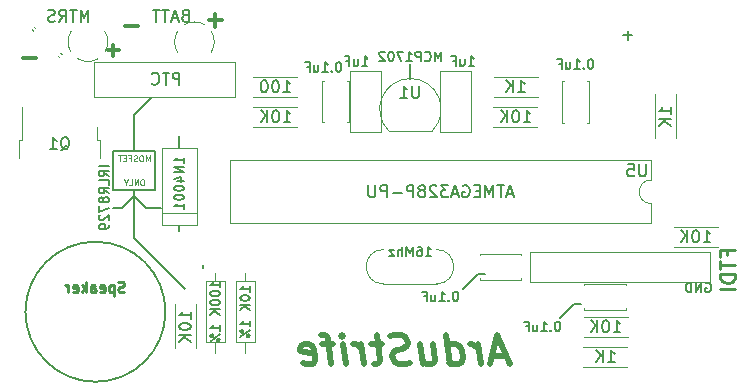
<source format=gbo>
G04 #@! TF.FileFunction,Legend,Bot*
%FSLAX46Y46*%
G04 Gerber Fmt 4.6, Leading zero omitted, Abs format (unit mm)*
G04 Created by KiCad (PCBNEW 4.0.7) date 07/26/19 16:42:22*
%MOMM*%
%LPD*%
G01*
G04 APERTURE LIST*
%ADD10C,0.100000*%
%ADD11C,0.150000*%
%ADD12C,0.500000*%
%ADD13C,0.300000*%
%ADD14C,0.200000*%
%ADD15C,0.120000*%
%ADD16C,0.222250*%
%ADD17C,0.250000*%
G04 APERTURE END LIST*
D10*
D11*
X45974000Y-102362000D02*
X45212000Y-102362000D01*
X46990000Y-101346000D02*
X45974000Y-102362000D01*
X48006000Y-102362000D02*
X49276000Y-102362000D01*
X46990000Y-101346000D02*
X48006000Y-102362000D01*
X46990000Y-94488000D02*
X48514000Y-92964000D01*
X46990000Y-97536000D02*
X46990000Y-94488000D01*
X50546000Y-108458000D02*
X51308000Y-109220000D01*
X46990000Y-104902000D02*
X50546000Y-108458000D01*
X46990000Y-100838000D02*
X46990000Y-104902000D01*
X45212000Y-100838000D02*
X45212000Y-97536000D01*
X45466000Y-100838000D02*
X45212000Y-100838000D01*
X48768000Y-100838000D02*
X45466000Y-100838000D01*
X48768000Y-97536000D02*
X48768000Y-100838000D01*
X45212000Y-97536000D02*
X48768000Y-97536000D01*
X52832000Y-107188000D02*
X52832000Y-107442000D01*
D12*
X78465559Y-114843667D02*
X77275082Y-114843667D01*
X78792940Y-115557952D02*
X77647106Y-113057952D01*
X77126273Y-115557952D01*
X76292940Y-115557952D02*
X76084607Y-113891286D01*
X76144130Y-114367476D02*
X75995321Y-114129381D01*
X75861393Y-114010333D01*
X75608416Y-113891286D01*
X75370321Y-113891286D01*
X73673892Y-115557952D02*
X73361392Y-113057952D01*
X73659011Y-115438905D02*
X73911988Y-115557952D01*
X74388178Y-115557952D01*
X74611392Y-115438905D01*
X74715559Y-115319857D01*
X74804845Y-115081762D01*
X74715559Y-114367476D01*
X74566750Y-114129381D01*
X74432821Y-114010333D01*
X74179845Y-113891286D01*
X73703655Y-113891286D01*
X73480440Y-114010333D01*
X71203654Y-113891286D02*
X71411987Y-115557952D01*
X72275083Y-113891286D02*
X72438773Y-115200810D01*
X72349487Y-115438905D01*
X72126273Y-115557952D01*
X71769130Y-115557952D01*
X71516154Y-115438905D01*
X71382225Y-115319857D01*
X70325678Y-115438905D02*
X69983416Y-115557952D01*
X69388178Y-115557952D01*
X69135201Y-115438905D01*
X69001273Y-115319857D01*
X68852463Y-115081762D01*
X68822701Y-114843667D01*
X68911987Y-114605571D01*
X69016153Y-114486524D01*
X69239368Y-114367476D01*
X69700678Y-114248429D01*
X69923892Y-114129381D01*
X70028059Y-114010333D01*
X70117345Y-113772238D01*
X70087583Y-113534143D01*
X69938773Y-113296048D01*
X69804844Y-113177000D01*
X69551868Y-113057952D01*
X68956630Y-113057952D01*
X68614368Y-113177000D01*
X67989369Y-113891286D02*
X67036988Y-113891286D01*
X67528059Y-113057952D02*
X67795916Y-115200810D01*
X67706630Y-115438905D01*
X67483416Y-115557952D01*
X67245321Y-115557952D01*
X66411988Y-115557952D02*
X66203655Y-113891286D01*
X66263178Y-114367476D02*
X66114369Y-114129381D01*
X65980441Y-114010333D01*
X65727464Y-113891286D01*
X65489369Y-113891286D01*
X64864369Y-115557952D02*
X64656036Y-113891286D01*
X64551869Y-113057952D02*
X64685798Y-113177000D01*
X64581631Y-113296048D01*
X64447702Y-113177000D01*
X64551869Y-113057952D01*
X64581631Y-113296048D01*
X63822703Y-113891286D02*
X62870322Y-113891286D01*
X63673893Y-115557952D02*
X63406036Y-113415095D01*
X63257226Y-113177000D01*
X63004250Y-113057952D01*
X62766155Y-113057952D01*
X61278060Y-115438905D02*
X61531036Y-115557952D01*
X62007227Y-115557952D01*
X62230441Y-115438905D01*
X62319727Y-115200810D01*
X62200680Y-114248429D01*
X62051870Y-114010333D01*
X61798894Y-113891286D01*
X61322703Y-113891286D01*
X61099489Y-114010333D01*
X61010203Y-114248429D01*
X61039964Y-114486524D01*
X62260203Y-114724619D01*
D11*
X84201000Y-110490000D02*
X84836000Y-110490000D01*
X83058000Y-111633000D02*
X84201000Y-110490000D01*
X70358000Y-90170000D02*
X70358000Y-91440000D01*
X76073000Y-107950000D02*
X76708000Y-107950000D01*
X74803000Y-109220000D02*
X76073000Y-107950000D01*
D10*
X47716190Y-99929190D02*
X47620952Y-99929190D01*
X47573333Y-99953000D01*
X47525714Y-100000619D01*
X47501905Y-100095857D01*
X47501905Y-100262524D01*
X47525714Y-100357762D01*
X47573333Y-100405381D01*
X47620952Y-100429190D01*
X47716190Y-100429190D01*
X47763809Y-100405381D01*
X47811428Y-100357762D01*
X47835238Y-100262524D01*
X47835238Y-100095857D01*
X47811428Y-100000619D01*
X47763809Y-99953000D01*
X47716190Y-99929190D01*
X47287618Y-100429190D02*
X47287618Y-99929190D01*
X47001904Y-100429190D01*
X47001904Y-99929190D01*
X46525713Y-100429190D02*
X46763808Y-100429190D01*
X46763808Y-99929190D01*
X46263808Y-100191095D02*
X46263808Y-100429190D01*
X46430475Y-99929190D02*
X46263808Y-100191095D01*
X46097142Y-99929190D01*
X48287618Y-98397190D02*
X48287618Y-97897190D01*
X48120952Y-98254333D01*
X47954285Y-97897190D01*
X47954285Y-98397190D01*
X47620951Y-97897190D02*
X47525713Y-97897190D01*
X47478094Y-97921000D01*
X47430475Y-97968619D01*
X47406666Y-98063857D01*
X47406666Y-98230524D01*
X47430475Y-98325762D01*
X47478094Y-98373381D01*
X47525713Y-98397190D01*
X47620951Y-98397190D01*
X47668570Y-98373381D01*
X47716189Y-98325762D01*
X47739999Y-98230524D01*
X47739999Y-98063857D01*
X47716189Y-97968619D01*
X47668570Y-97921000D01*
X47620951Y-97897190D01*
X47216189Y-98373381D02*
X47144760Y-98397190D01*
X47025713Y-98397190D01*
X46978094Y-98373381D01*
X46954284Y-98349571D01*
X46930475Y-98301952D01*
X46930475Y-98254333D01*
X46954284Y-98206714D01*
X46978094Y-98182905D01*
X47025713Y-98159095D01*
X47120951Y-98135286D01*
X47168570Y-98111476D01*
X47192379Y-98087667D01*
X47216189Y-98040048D01*
X47216189Y-97992429D01*
X47192379Y-97944810D01*
X47168570Y-97921000D01*
X47120951Y-97897190D01*
X47001903Y-97897190D01*
X46930475Y-97921000D01*
X46549523Y-98135286D02*
X46716189Y-98135286D01*
X46716189Y-98397190D02*
X46716189Y-97897190D01*
X46478094Y-97897190D01*
X46287618Y-98135286D02*
X46120952Y-98135286D01*
X46049523Y-98397190D02*
X46287618Y-98397190D01*
X46287618Y-97897190D01*
X46049523Y-97897190D01*
X45906666Y-97897190D02*
X45620952Y-97897190D01*
X45763809Y-98397190D02*
X45763809Y-97897190D01*
D11*
X95351523Y-108693000D02*
X95427714Y-108654905D01*
X95541999Y-108654905D01*
X95656285Y-108693000D01*
X95732476Y-108769190D01*
X95770571Y-108845381D01*
X95808666Y-108997762D01*
X95808666Y-109112048D01*
X95770571Y-109264429D01*
X95732476Y-109340619D01*
X95656285Y-109416810D01*
X95541999Y-109454905D01*
X95465809Y-109454905D01*
X95351523Y-109416810D01*
X95313428Y-109378714D01*
X95313428Y-109112048D01*
X95465809Y-109112048D01*
X94970571Y-109454905D02*
X94970571Y-108654905D01*
X94513428Y-109454905D01*
X94513428Y-108654905D01*
X94132476Y-109454905D02*
X94132476Y-108654905D01*
X93942000Y-108654905D01*
X93827714Y-108693000D01*
X93751523Y-108769190D01*
X93713428Y-108845381D01*
X93675333Y-108997762D01*
X93675333Y-109112048D01*
X93713428Y-109264429D01*
X93751523Y-109340619D01*
X93827714Y-109416810D01*
X93942000Y-109454905D01*
X94132476Y-109454905D01*
D13*
X38671428Y-89642143D02*
X37528571Y-89642143D01*
X45688190Y-88989286D02*
X44735809Y-88989286D01*
X45211999Y-89465476D02*
X45211999Y-88513095D01*
X47307428Y-86975143D02*
X46164571Y-86975143D01*
X54419428Y-86467143D02*
X53276571Y-86467143D01*
X53848000Y-87038571D02*
X53848000Y-85895714D01*
D14*
X50800000Y-97250000D02*
X50800000Y-96250000D01*
X50800000Y-103750000D02*
X50800000Y-104250000D01*
D15*
X49300000Y-102750000D02*
X52300000Y-102750000D01*
X49300000Y-97250000D02*
X52300000Y-97250000D01*
X52300000Y-97250000D02*
X52300000Y-103750000D01*
X52300000Y-103750000D02*
X49300000Y-103750000D01*
X49300000Y-103750000D02*
X49300000Y-97250000D01*
D11*
X49617690Y-111125000D02*
G75*
G03X49617690Y-111125000I-5929690J0D01*
G01*
D15*
X80518000Y-106045000D02*
X80518000Y-108585000D01*
X80518000Y-108585000D02*
X95758000Y-108585000D01*
X95758000Y-108585000D02*
X95758000Y-106045000D01*
X95758000Y-106045000D02*
X80518000Y-106045000D01*
X43530000Y-89940000D02*
X55530000Y-89940000D01*
X55530000Y-92940000D02*
X43530000Y-92940000D01*
X43530000Y-89940000D02*
X43530000Y-92940000D01*
X55530000Y-92940000D02*
X55530000Y-89940000D01*
X90738000Y-99965000D02*
G75*
G03X90738000Y-101965000I0J-1000000D01*
G01*
X90738000Y-101965000D02*
X90738000Y-103615000D01*
X90738000Y-103615000D02*
X55058000Y-103615000D01*
X55058000Y-103615000D02*
X55058000Y-98315000D01*
X55058000Y-98315000D02*
X90738000Y-98315000D01*
X90738000Y-98315000D02*
X90738000Y-99965000D01*
X50644495Y-87374807D02*
G75*
G03X50645000Y-89156000I1425505J-890193D01*
G01*
X52959894Y-86839642D02*
G75*
G03X51204000Y-86825000I-889894J-1425358D01*
G01*
X53495358Y-89154894D02*
G75*
G03X53510000Y-87399000I-1425358J889894D01*
G01*
X42162736Y-89689721D02*
G75*
G03X43053000Y-89945000I890264J1424721D01*
G01*
X41627495Y-87374807D02*
G75*
G03X41628000Y-89156000I1425505J-890193D01*
G01*
X44478358Y-89154894D02*
G75*
G03X44493000Y-87399000I-1425358J889894D01*
G01*
X43024326Y-89945099D02*
G75*
G03X43919000Y-89705000I28674J1680099D01*
G01*
X38278000Y-87196000D02*
X38407000Y-87324000D01*
X40528000Y-89446000D02*
X40622000Y-89539000D01*
X38483000Y-86990000D02*
X38577000Y-87084000D01*
X40698000Y-89206000D02*
X40827000Y-89334000D01*
X68068000Y-108765000D02*
X72568000Y-108765000D01*
X68068000Y-105865000D02*
G75*
G03X68068000Y-108765000I0J-1450000D01*
G01*
X72568000Y-105865000D02*
G75*
G02X72568000Y-108765000I0J-1450000D01*
G01*
X85048000Y-113255000D02*
X88768000Y-113255000D01*
X85048000Y-111535000D02*
X88768000Y-111535000D01*
X88688000Y-114075000D02*
X84968000Y-114075000D01*
X88688000Y-115795000D02*
X84968000Y-115795000D01*
X72858000Y-90765000D02*
X72858000Y-95885000D01*
X75478000Y-90765000D02*
X75478000Y-95885000D01*
X72858000Y-90765000D02*
X75478000Y-90765000D01*
X72858000Y-95885000D02*
X75478000Y-95885000D01*
X65238000Y-90765000D02*
X65238000Y-95885000D01*
X67858000Y-90765000D02*
X67858000Y-95885000D01*
X65238000Y-90765000D02*
X67858000Y-90765000D01*
X65238000Y-95885000D02*
X67858000Y-95885000D01*
X79758000Y-106205000D02*
X76238000Y-106205000D01*
X79758000Y-108425000D02*
X76238000Y-108425000D01*
X79758000Y-106205000D02*
X79758000Y-106319000D01*
X79758000Y-108311000D02*
X79758000Y-108425000D01*
X76238000Y-106205000D02*
X76238000Y-106319000D01*
X76238000Y-108311000D02*
X76238000Y-108425000D01*
X72158000Y-95830000D02*
X68558000Y-95830000D01*
X72196478Y-95818478D02*
G75*
G03X70358000Y-91380000I-1838478J1838478D01*
G01*
X68519522Y-95818478D02*
G75*
G02X70358000Y-91380000I1838478J1838478D01*
G01*
X62898000Y-91565000D02*
X62898000Y-95085000D01*
X65118000Y-91565000D02*
X65118000Y-95085000D01*
X62898000Y-91565000D02*
X63012000Y-91565000D01*
X65004000Y-91565000D02*
X65118000Y-91565000D01*
X62898000Y-95085000D02*
X63012000Y-95085000D01*
X65004000Y-95085000D02*
X65118000Y-95085000D01*
X85088000Y-110965000D02*
X88608000Y-110965000D01*
X85088000Y-108745000D02*
X88608000Y-108745000D01*
X85088000Y-110965000D02*
X85088000Y-110851000D01*
X85088000Y-108859000D02*
X85088000Y-108745000D01*
X88608000Y-110965000D02*
X88608000Y-110851000D01*
X88608000Y-108859000D02*
X88608000Y-108745000D01*
X92668000Y-105635000D02*
X96388000Y-105635000D01*
X92668000Y-103915000D02*
X96388000Y-103915000D01*
X85438000Y-95125000D02*
X85438000Y-91605000D01*
X83218000Y-95125000D02*
X83218000Y-91605000D01*
X85438000Y-95125000D02*
X85324000Y-95125000D01*
X83332000Y-95125000D02*
X83218000Y-95125000D01*
X85438000Y-91605000D02*
X85324000Y-91605000D01*
X83332000Y-91605000D02*
X83218000Y-91605000D01*
X77428000Y-92935000D02*
X81148000Y-92935000D01*
X77428000Y-91215000D02*
X81148000Y-91215000D01*
X81068000Y-93755000D02*
X77348000Y-93755000D01*
X81068000Y-95475000D02*
X77348000Y-95475000D01*
X60748000Y-93755000D02*
X57028000Y-93755000D01*
X60748000Y-95475000D02*
X57028000Y-95475000D01*
X60748000Y-91215000D02*
X57028000Y-91215000D01*
X60748000Y-92935000D02*
X57028000Y-92935000D01*
X92808000Y-96435000D02*
X92808000Y-92715000D01*
X91088000Y-96435000D02*
X91088000Y-92715000D01*
D10*
X53848000Y-113715000D02*
X53848000Y-114615000D01*
X53848000Y-108515000D02*
X53848000Y-107815000D01*
X54648000Y-108515000D02*
X53048000Y-108515000D01*
X53048000Y-108515000D02*
X53048000Y-113715000D01*
X53048000Y-113715000D02*
X54648000Y-113715000D01*
X54648000Y-113715000D02*
X54648000Y-108515000D01*
X56388000Y-113715000D02*
X56388000Y-114615000D01*
X56388000Y-108515000D02*
X56388000Y-107815000D01*
X57188000Y-108515000D02*
X55588000Y-108515000D01*
X55588000Y-108515000D02*
X55588000Y-113715000D01*
X55588000Y-113715000D02*
X57188000Y-113715000D01*
X57188000Y-113715000D02*
X57188000Y-108515000D01*
D15*
X52168000Y-114215000D02*
X52168000Y-110495000D01*
X50448000Y-114215000D02*
X50448000Y-110495000D01*
X37190000Y-98090000D02*
X37190000Y-96590000D01*
X37190000Y-96590000D02*
X37460000Y-96590000D01*
X37460000Y-96590000D02*
X37460000Y-93760000D01*
X44090000Y-98090000D02*
X44090000Y-96590000D01*
X44090000Y-96590000D02*
X43820000Y-96590000D01*
X43820000Y-96590000D02*
X43820000Y-95490000D01*
D11*
X51161905Y-98535714D02*
X51161905Y-98078571D01*
X51161905Y-98307142D02*
X50361905Y-98307142D01*
X50476190Y-98230952D01*
X50552381Y-98154761D01*
X50590476Y-98078571D01*
X51161905Y-98878571D02*
X50361905Y-98878571D01*
X51161905Y-99335714D01*
X50361905Y-99335714D01*
X50628571Y-100059523D02*
X51161905Y-100059523D01*
X50323810Y-99869047D02*
X50895238Y-99678571D01*
X50895238Y-100173809D01*
X50361905Y-100630952D02*
X50361905Y-100707143D01*
X50400000Y-100783333D01*
X50438095Y-100821428D01*
X50514286Y-100859524D01*
X50666667Y-100897619D01*
X50857143Y-100897619D01*
X51009524Y-100859524D01*
X51085714Y-100821428D01*
X51123810Y-100783333D01*
X51161905Y-100707143D01*
X51161905Y-100630952D01*
X51123810Y-100554762D01*
X51085714Y-100516666D01*
X51009524Y-100478571D01*
X50857143Y-100440476D01*
X50666667Y-100440476D01*
X50514286Y-100478571D01*
X50438095Y-100516666D01*
X50400000Y-100554762D01*
X50361905Y-100630952D01*
X50361905Y-101392857D02*
X50361905Y-101469048D01*
X50400000Y-101545238D01*
X50438095Y-101583333D01*
X50514286Y-101621429D01*
X50666667Y-101659524D01*
X50857143Y-101659524D01*
X51009524Y-101621429D01*
X51085714Y-101583333D01*
X51123810Y-101545238D01*
X51161905Y-101469048D01*
X51161905Y-101392857D01*
X51123810Y-101316667D01*
X51085714Y-101278571D01*
X51009524Y-101240476D01*
X50857143Y-101202381D01*
X50666667Y-101202381D01*
X50514286Y-101240476D01*
X50438095Y-101278571D01*
X50400000Y-101316667D01*
X50361905Y-101392857D01*
X51161905Y-102421429D02*
X51161905Y-101964286D01*
X51161905Y-102192857D02*
X50361905Y-102192857D01*
X50476190Y-102116667D01*
X50552381Y-102040476D01*
X50590476Y-101964286D01*
D16*
X46143333Y-109452833D02*
X46016333Y-109495167D01*
X45804666Y-109495167D01*
X45719999Y-109452833D01*
X45677666Y-109410500D01*
X45635333Y-109325833D01*
X45635333Y-109241167D01*
X45677666Y-109156500D01*
X45719999Y-109114167D01*
X45804666Y-109071833D01*
X45973999Y-109029500D01*
X46058666Y-108987167D01*
X46100999Y-108944833D01*
X46143333Y-108860167D01*
X46143333Y-108775500D01*
X46100999Y-108690833D01*
X46058666Y-108648500D01*
X45973999Y-108606167D01*
X45762333Y-108606167D01*
X45635333Y-108648500D01*
X45254332Y-108902500D02*
X45254332Y-109791500D01*
X45254332Y-108944833D02*
X45169666Y-108902500D01*
X45000332Y-108902500D01*
X44915666Y-108944833D01*
X44873332Y-108987167D01*
X44830999Y-109071833D01*
X44830999Y-109325833D01*
X44873332Y-109410500D01*
X44915666Y-109452833D01*
X45000332Y-109495167D01*
X45169666Y-109495167D01*
X45254332Y-109452833D01*
X44111333Y-109452833D02*
X44195999Y-109495167D01*
X44365333Y-109495167D01*
X44449999Y-109452833D01*
X44492333Y-109368167D01*
X44492333Y-109029500D01*
X44449999Y-108944833D01*
X44365333Y-108902500D01*
X44195999Y-108902500D01*
X44111333Y-108944833D01*
X44068999Y-109029500D01*
X44068999Y-109114167D01*
X44492333Y-109198833D01*
X43306999Y-109495167D02*
X43306999Y-109029500D01*
X43349333Y-108944833D01*
X43433999Y-108902500D01*
X43603333Y-108902500D01*
X43687999Y-108944833D01*
X43306999Y-109452833D02*
X43391666Y-109495167D01*
X43603333Y-109495167D01*
X43687999Y-109452833D01*
X43730333Y-109368167D01*
X43730333Y-109283500D01*
X43687999Y-109198833D01*
X43603333Y-109156500D01*
X43391666Y-109156500D01*
X43306999Y-109114167D01*
X42883666Y-109495167D02*
X42883666Y-108606167D01*
X42799000Y-109156500D02*
X42545000Y-109495167D01*
X42545000Y-108902500D02*
X42883666Y-109241167D01*
X41825333Y-109452833D02*
X41909999Y-109495167D01*
X42079333Y-109495167D01*
X42163999Y-109452833D01*
X42206333Y-109368167D01*
X42206333Y-109029500D01*
X42163999Y-108944833D01*
X42079333Y-108902500D01*
X41909999Y-108902500D01*
X41825333Y-108944833D01*
X41782999Y-109029500D01*
X41782999Y-109114167D01*
X42206333Y-109198833D01*
X41401999Y-109495167D02*
X41401999Y-108902500D01*
X41401999Y-109071833D02*
X41359666Y-108987167D01*
X41317333Y-108944833D01*
X41232666Y-108902500D01*
X41147999Y-108902500D01*
D17*
X97192714Y-106348762D02*
X97192714Y-105932095D01*
X97847476Y-105932095D02*
X96597476Y-105932095D01*
X96597476Y-106527333D01*
X96597476Y-106824953D02*
X96597476Y-107539238D01*
X97847476Y-107182095D02*
X96597476Y-107182095D01*
X97847476Y-107955905D02*
X96597476Y-107955905D01*
X96597476Y-108253524D01*
X96657000Y-108432096D01*
X96776048Y-108551143D01*
X96895095Y-108610667D01*
X97133190Y-108670191D01*
X97311762Y-108670191D01*
X97549857Y-108610667D01*
X97668905Y-108551143D01*
X97787952Y-108432096D01*
X97847476Y-108253524D01*
X97847476Y-107955905D01*
X97847476Y-109205905D02*
X96597476Y-109205905D01*
D11*
X89153952Y-87701429D02*
X88392047Y-87701429D01*
X88772999Y-88082381D02*
X88772999Y-87320476D01*
X50799857Y-91892381D02*
X50799857Y-90892381D01*
X50418904Y-90892381D01*
X50323666Y-90940000D01*
X50276047Y-90987619D01*
X50228428Y-91082857D01*
X50228428Y-91225714D01*
X50276047Y-91320952D01*
X50323666Y-91368571D01*
X50418904Y-91416190D01*
X50799857Y-91416190D01*
X49942714Y-90892381D02*
X49371285Y-90892381D01*
X49657000Y-91892381D02*
X49657000Y-90892381D01*
X48466523Y-91797143D02*
X48514142Y-91844762D01*
X48656999Y-91892381D01*
X48752237Y-91892381D01*
X48895095Y-91844762D01*
X48990333Y-91749524D01*
X49037952Y-91654286D01*
X49085571Y-91463810D01*
X49085571Y-91320952D01*
X49037952Y-91130476D01*
X48990333Y-91035238D01*
X48895095Y-90940000D01*
X48752237Y-90892381D01*
X48656999Y-90892381D01*
X48514142Y-90940000D01*
X48466523Y-90987619D01*
X90296905Y-98639381D02*
X90296905Y-99448905D01*
X90249286Y-99544143D01*
X90201667Y-99591762D01*
X90106429Y-99639381D01*
X89915952Y-99639381D01*
X89820714Y-99591762D01*
X89773095Y-99544143D01*
X89725476Y-99448905D01*
X89725476Y-98639381D01*
X88773095Y-98639381D02*
X89249286Y-98639381D01*
X89296905Y-99115571D01*
X89249286Y-99067952D01*
X89154048Y-99020333D01*
X88915952Y-99020333D01*
X88820714Y-99067952D01*
X88773095Y-99115571D01*
X88725476Y-99210810D01*
X88725476Y-99448905D01*
X88773095Y-99544143D01*
X88820714Y-99591762D01*
X88915952Y-99639381D01*
X89154048Y-99639381D01*
X89249286Y-99591762D01*
X89296905Y-99544143D01*
X79040857Y-101131667D02*
X78564666Y-101131667D01*
X79136095Y-101417381D02*
X78802762Y-100417381D01*
X78469428Y-101417381D01*
X78278952Y-100417381D02*
X77707523Y-100417381D01*
X77993238Y-101417381D02*
X77993238Y-100417381D01*
X77374190Y-101417381D02*
X77374190Y-100417381D01*
X77040856Y-101131667D01*
X76707523Y-100417381D01*
X76707523Y-101417381D01*
X76231333Y-100893571D02*
X75897999Y-100893571D01*
X75755142Y-101417381D02*
X76231333Y-101417381D01*
X76231333Y-100417381D01*
X75755142Y-100417381D01*
X74802761Y-100465000D02*
X74897999Y-100417381D01*
X75040856Y-100417381D01*
X75183714Y-100465000D01*
X75278952Y-100560238D01*
X75326571Y-100655476D01*
X75374190Y-100845952D01*
X75374190Y-100988810D01*
X75326571Y-101179286D01*
X75278952Y-101274524D01*
X75183714Y-101369762D01*
X75040856Y-101417381D01*
X74945618Y-101417381D01*
X74802761Y-101369762D01*
X74755142Y-101322143D01*
X74755142Y-100988810D01*
X74945618Y-100988810D01*
X74374190Y-101131667D02*
X73897999Y-101131667D01*
X74469428Y-101417381D02*
X74136095Y-100417381D01*
X73802761Y-101417381D01*
X73564666Y-100417381D02*
X72945618Y-100417381D01*
X73278952Y-100798333D01*
X73136094Y-100798333D01*
X73040856Y-100845952D01*
X72993237Y-100893571D01*
X72945618Y-100988810D01*
X72945618Y-101226905D01*
X72993237Y-101322143D01*
X73040856Y-101369762D01*
X73136094Y-101417381D01*
X73421809Y-101417381D01*
X73517047Y-101369762D01*
X73564666Y-101322143D01*
X72564666Y-100512619D02*
X72517047Y-100465000D01*
X72421809Y-100417381D01*
X72183713Y-100417381D01*
X72088475Y-100465000D01*
X72040856Y-100512619D01*
X71993237Y-100607857D01*
X71993237Y-100703095D01*
X72040856Y-100845952D01*
X72612285Y-101417381D01*
X71993237Y-101417381D01*
X71421809Y-100845952D02*
X71517047Y-100798333D01*
X71564666Y-100750714D01*
X71612285Y-100655476D01*
X71612285Y-100607857D01*
X71564666Y-100512619D01*
X71517047Y-100465000D01*
X71421809Y-100417381D01*
X71231332Y-100417381D01*
X71136094Y-100465000D01*
X71088475Y-100512619D01*
X71040856Y-100607857D01*
X71040856Y-100655476D01*
X71088475Y-100750714D01*
X71136094Y-100798333D01*
X71231332Y-100845952D01*
X71421809Y-100845952D01*
X71517047Y-100893571D01*
X71564666Y-100941190D01*
X71612285Y-101036429D01*
X71612285Y-101226905D01*
X71564666Y-101322143D01*
X71517047Y-101369762D01*
X71421809Y-101417381D01*
X71231332Y-101417381D01*
X71136094Y-101369762D01*
X71088475Y-101322143D01*
X71040856Y-101226905D01*
X71040856Y-101036429D01*
X71088475Y-100941190D01*
X71136094Y-100893571D01*
X71231332Y-100845952D01*
X70612285Y-101417381D02*
X70612285Y-100417381D01*
X70231332Y-100417381D01*
X70136094Y-100465000D01*
X70088475Y-100512619D01*
X70040856Y-100607857D01*
X70040856Y-100750714D01*
X70088475Y-100845952D01*
X70136094Y-100893571D01*
X70231332Y-100941190D01*
X70612285Y-100941190D01*
X69612285Y-101036429D02*
X68850380Y-101036429D01*
X68374190Y-101417381D02*
X68374190Y-100417381D01*
X67993237Y-100417381D01*
X67897999Y-100465000D01*
X67850380Y-100512619D01*
X67802761Y-100607857D01*
X67802761Y-100750714D01*
X67850380Y-100845952D01*
X67897999Y-100893571D01*
X67993237Y-100941190D01*
X68374190Y-100941190D01*
X67374190Y-100417381D02*
X67374190Y-101226905D01*
X67326571Y-101322143D01*
X67278952Y-101369762D01*
X67183714Y-101417381D01*
X66993237Y-101417381D01*
X66897999Y-101369762D01*
X66850380Y-101322143D01*
X66802761Y-101226905D01*
X66802761Y-100417381D01*
X51284047Y-86034571D02*
X51141190Y-86082190D01*
X51093571Y-86129810D01*
X51045952Y-86225048D01*
X51045952Y-86367905D01*
X51093571Y-86463143D01*
X51141190Y-86510762D01*
X51236428Y-86558381D01*
X51617381Y-86558381D01*
X51617381Y-85558381D01*
X51284047Y-85558381D01*
X51188809Y-85606000D01*
X51141190Y-85653619D01*
X51093571Y-85748857D01*
X51093571Y-85844095D01*
X51141190Y-85939333D01*
X51188809Y-85986952D01*
X51284047Y-86034571D01*
X51617381Y-86034571D01*
X50665000Y-86272667D02*
X50188809Y-86272667D01*
X50760238Y-86558381D02*
X50426905Y-85558381D01*
X50093571Y-86558381D01*
X49903095Y-85558381D02*
X49331666Y-85558381D01*
X49617381Y-86558381D02*
X49617381Y-85558381D01*
X49141190Y-85558381D02*
X48569761Y-85558381D01*
X48855476Y-86558381D02*
X48855476Y-85558381D01*
X43092476Y-86558381D02*
X43092476Y-85558381D01*
X42759142Y-86272667D01*
X42425809Y-85558381D01*
X42425809Y-86558381D01*
X42092476Y-85558381D02*
X41521047Y-85558381D01*
X41806762Y-86558381D02*
X41806762Y-85558381D01*
X40616285Y-86558381D02*
X40949619Y-86082190D01*
X41187714Y-86558381D02*
X41187714Y-85558381D01*
X40806761Y-85558381D01*
X40711523Y-85606000D01*
X40663904Y-85653619D01*
X40616285Y-85748857D01*
X40616285Y-85891714D01*
X40663904Y-85986952D01*
X40711523Y-86034571D01*
X40806761Y-86082190D01*
X41187714Y-86082190D01*
X40235333Y-86510762D02*
X40092476Y-86558381D01*
X39854380Y-86558381D01*
X39759142Y-86510762D01*
X39711523Y-86463143D01*
X39663904Y-86367905D01*
X39663904Y-86272667D01*
X39711523Y-86177429D01*
X39759142Y-86129810D01*
X39854380Y-86082190D01*
X40044857Y-86034571D01*
X40140095Y-85986952D01*
X40187714Y-85939333D01*
X40235333Y-85844095D01*
X40235333Y-85748857D01*
X40187714Y-85653619D01*
X40140095Y-85606000D01*
X40044857Y-85558381D01*
X39806761Y-85558381D01*
X39663904Y-85606000D01*
X71653238Y-106406905D02*
X72110381Y-106406905D01*
X71881810Y-106406905D02*
X71881810Y-105606905D01*
X71958000Y-105721190D01*
X72034191Y-105797381D01*
X72110381Y-105835476D01*
X70967524Y-105606905D02*
X71119905Y-105606905D01*
X71196095Y-105645000D01*
X71234190Y-105683095D01*
X71310381Y-105797381D01*
X71348476Y-105949762D01*
X71348476Y-106254524D01*
X71310381Y-106330714D01*
X71272286Y-106368810D01*
X71196095Y-106406905D01*
X71043714Y-106406905D01*
X70967524Y-106368810D01*
X70929428Y-106330714D01*
X70891333Y-106254524D01*
X70891333Y-106064048D01*
X70929428Y-105987857D01*
X70967524Y-105949762D01*
X71043714Y-105911667D01*
X71196095Y-105911667D01*
X71272286Y-105949762D01*
X71310381Y-105987857D01*
X71348476Y-106064048D01*
X70548476Y-106406905D02*
X70548476Y-105606905D01*
X70281809Y-106178333D01*
X70015142Y-105606905D01*
X70015142Y-106406905D01*
X69634190Y-106406905D02*
X69634190Y-105606905D01*
X69291333Y-106406905D02*
X69291333Y-105987857D01*
X69329428Y-105911667D01*
X69405618Y-105873571D01*
X69519904Y-105873571D01*
X69596095Y-105911667D01*
X69634190Y-105949762D01*
X68986570Y-105873571D02*
X68567523Y-105873571D01*
X68986570Y-106406905D01*
X68567523Y-106406905D01*
X87558476Y-112847381D02*
X88129905Y-112847381D01*
X87844191Y-112847381D02*
X87844191Y-111847381D01*
X87939429Y-111990238D01*
X88034667Y-112085476D01*
X88129905Y-112133095D01*
X86939429Y-111847381D02*
X86844190Y-111847381D01*
X86748952Y-111895000D01*
X86701333Y-111942619D01*
X86653714Y-112037857D01*
X86606095Y-112228333D01*
X86606095Y-112466429D01*
X86653714Y-112656905D01*
X86701333Y-112752143D01*
X86748952Y-112799762D01*
X86844190Y-112847381D01*
X86939429Y-112847381D01*
X87034667Y-112799762D01*
X87082286Y-112752143D01*
X87129905Y-112656905D01*
X87177524Y-112466429D01*
X87177524Y-112228333D01*
X87129905Y-112037857D01*
X87082286Y-111942619D01*
X87034667Y-111895000D01*
X86939429Y-111847381D01*
X86177524Y-112847381D02*
X86177524Y-111847381D01*
X85606095Y-112847381D02*
X86034667Y-112275952D01*
X85606095Y-111847381D02*
X86177524Y-112418810D01*
X87082285Y-115387381D02*
X87653714Y-115387381D01*
X87368000Y-115387381D02*
X87368000Y-114387381D01*
X87463238Y-114530238D01*
X87558476Y-114625476D01*
X87653714Y-114673095D01*
X86653714Y-115387381D02*
X86653714Y-114387381D01*
X86082285Y-115387381D02*
X86510857Y-114815952D01*
X86082285Y-114387381D02*
X86653714Y-114958810D01*
X75279190Y-90277905D02*
X75736333Y-90277905D01*
X75507762Y-90277905D02*
X75507762Y-89477905D01*
X75583952Y-89592190D01*
X75660143Y-89668381D01*
X75736333Y-89706476D01*
X74593476Y-89744571D02*
X74593476Y-90277905D01*
X74936333Y-89744571D02*
X74936333Y-90163619D01*
X74898238Y-90239810D01*
X74822047Y-90277905D01*
X74707761Y-90277905D01*
X74631571Y-90239810D01*
X74593476Y-90201714D01*
X73945856Y-89858857D02*
X74212523Y-89858857D01*
X74212523Y-90277905D02*
X74212523Y-89477905D01*
X73831570Y-89477905D01*
X66262190Y-90277905D02*
X66719333Y-90277905D01*
X66490762Y-90277905D02*
X66490762Y-89477905D01*
X66566952Y-89592190D01*
X66643143Y-89668381D01*
X66719333Y-89706476D01*
X65576476Y-89744571D02*
X65576476Y-90277905D01*
X65919333Y-89744571D02*
X65919333Y-90163619D01*
X65881238Y-90239810D01*
X65805047Y-90277905D01*
X65690761Y-90277905D01*
X65614571Y-90239810D01*
X65576476Y-90201714D01*
X64928856Y-89858857D02*
X65195523Y-89858857D01*
X65195523Y-90277905D02*
X65195523Y-89477905D01*
X64814570Y-89477905D01*
X74212286Y-109416905D02*
X74136095Y-109416905D01*
X74059905Y-109455000D01*
X74021810Y-109493095D01*
X73983714Y-109569286D01*
X73945619Y-109721667D01*
X73945619Y-109912143D01*
X73983714Y-110064524D01*
X74021810Y-110140714D01*
X74059905Y-110178810D01*
X74136095Y-110216905D01*
X74212286Y-110216905D01*
X74288476Y-110178810D01*
X74326572Y-110140714D01*
X74364667Y-110064524D01*
X74402762Y-109912143D01*
X74402762Y-109721667D01*
X74364667Y-109569286D01*
X74326572Y-109493095D01*
X74288476Y-109455000D01*
X74212286Y-109416905D01*
X73602762Y-110140714D02*
X73564667Y-110178810D01*
X73602762Y-110216905D01*
X73640857Y-110178810D01*
X73602762Y-110140714D01*
X73602762Y-110216905D01*
X72802762Y-110216905D02*
X73259905Y-110216905D01*
X73031334Y-110216905D02*
X73031334Y-109416905D01*
X73107524Y-109531190D01*
X73183715Y-109607381D01*
X73259905Y-109645476D01*
X72117048Y-109683571D02*
X72117048Y-110216905D01*
X72459905Y-109683571D02*
X72459905Y-110102619D01*
X72421810Y-110178810D01*
X72345619Y-110216905D01*
X72231333Y-110216905D01*
X72155143Y-110178810D01*
X72117048Y-110140714D01*
X71469428Y-109797857D02*
X71736095Y-109797857D01*
X71736095Y-110216905D02*
X71736095Y-109416905D01*
X71355142Y-109416905D01*
X71069905Y-92022381D02*
X71069905Y-92831905D01*
X71022286Y-92927143D01*
X70974667Y-92974762D01*
X70879429Y-93022381D01*
X70688952Y-93022381D01*
X70593714Y-92974762D01*
X70546095Y-92927143D01*
X70498476Y-92831905D01*
X70498476Y-92022381D01*
X69498476Y-93022381D02*
X70069905Y-93022381D01*
X69784191Y-93022381D02*
X69784191Y-92022381D01*
X69879429Y-92165238D01*
X69974667Y-92260476D01*
X70069905Y-92308095D01*
X72948477Y-89896905D02*
X72948477Y-89096905D01*
X72681810Y-89668333D01*
X72415143Y-89096905D01*
X72415143Y-89896905D01*
X71577048Y-89820714D02*
X71615143Y-89858810D01*
X71729429Y-89896905D01*
X71805619Y-89896905D01*
X71919905Y-89858810D01*
X71996096Y-89782619D01*
X72034191Y-89706429D01*
X72072286Y-89554048D01*
X72072286Y-89439762D01*
X72034191Y-89287381D01*
X71996096Y-89211190D01*
X71919905Y-89135000D01*
X71805619Y-89096905D01*
X71729429Y-89096905D01*
X71615143Y-89135000D01*
X71577048Y-89173095D01*
X71234191Y-89896905D02*
X71234191Y-89096905D01*
X70929429Y-89096905D01*
X70853238Y-89135000D01*
X70815143Y-89173095D01*
X70777048Y-89249286D01*
X70777048Y-89363571D01*
X70815143Y-89439762D01*
X70853238Y-89477857D01*
X70929429Y-89515952D01*
X71234191Y-89515952D01*
X70015143Y-89896905D02*
X70472286Y-89896905D01*
X70243715Y-89896905D02*
X70243715Y-89096905D01*
X70319905Y-89211190D01*
X70396096Y-89287381D01*
X70472286Y-89325476D01*
X69748476Y-89096905D02*
X69215143Y-89096905D01*
X69558000Y-89896905D01*
X68758000Y-89096905D02*
X68681809Y-89096905D01*
X68605619Y-89135000D01*
X68567524Y-89173095D01*
X68529428Y-89249286D01*
X68491333Y-89401667D01*
X68491333Y-89592143D01*
X68529428Y-89744524D01*
X68567524Y-89820714D01*
X68605619Y-89858810D01*
X68681809Y-89896905D01*
X68758000Y-89896905D01*
X68834190Y-89858810D01*
X68872286Y-89820714D01*
X68910381Y-89744524D01*
X68948476Y-89592143D01*
X68948476Y-89401667D01*
X68910381Y-89249286D01*
X68872286Y-89173095D01*
X68834190Y-89135000D01*
X68758000Y-89096905D01*
X68186571Y-89173095D02*
X68148476Y-89135000D01*
X68072285Y-89096905D01*
X67881809Y-89096905D01*
X67805619Y-89135000D01*
X67767523Y-89173095D01*
X67729428Y-89249286D01*
X67729428Y-89325476D01*
X67767523Y-89439762D01*
X68224666Y-89896905D01*
X67729428Y-89896905D01*
X64306286Y-89985905D02*
X64230095Y-89985905D01*
X64153905Y-90024000D01*
X64115810Y-90062095D01*
X64077714Y-90138286D01*
X64039619Y-90290667D01*
X64039619Y-90481143D01*
X64077714Y-90633524D01*
X64115810Y-90709714D01*
X64153905Y-90747810D01*
X64230095Y-90785905D01*
X64306286Y-90785905D01*
X64382476Y-90747810D01*
X64420572Y-90709714D01*
X64458667Y-90633524D01*
X64496762Y-90481143D01*
X64496762Y-90290667D01*
X64458667Y-90138286D01*
X64420572Y-90062095D01*
X64382476Y-90024000D01*
X64306286Y-89985905D01*
X63696762Y-90709714D02*
X63658667Y-90747810D01*
X63696762Y-90785905D01*
X63734857Y-90747810D01*
X63696762Y-90709714D01*
X63696762Y-90785905D01*
X62896762Y-90785905D02*
X63353905Y-90785905D01*
X63125334Y-90785905D02*
X63125334Y-89985905D01*
X63201524Y-90100190D01*
X63277715Y-90176381D01*
X63353905Y-90214476D01*
X62211048Y-90252571D02*
X62211048Y-90785905D01*
X62553905Y-90252571D02*
X62553905Y-90671619D01*
X62515810Y-90747810D01*
X62439619Y-90785905D01*
X62325333Y-90785905D01*
X62249143Y-90747810D01*
X62211048Y-90709714D01*
X61563428Y-90366857D02*
X61830095Y-90366857D01*
X61830095Y-90785905D02*
X61830095Y-89985905D01*
X61449142Y-89985905D01*
X82848286Y-111956905D02*
X82772095Y-111956905D01*
X82695905Y-111995000D01*
X82657810Y-112033095D01*
X82619714Y-112109286D01*
X82581619Y-112261667D01*
X82581619Y-112452143D01*
X82619714Y-112604524D01*
X82657810Y-112680714D01*
X82695905Y-112718810D01*
X82772095Y-112756905D01*
X82848286Y-112756905D01*
X82924476Y-112718810D01*
X82962572Y-112680714D01*
X83000667Y-112604524D01*
X83038762Y-112452143D01*
X83038762Y-112261667D01*
X83000667Y-112109286D01*
X82962572Y-112033095D01*
X82924476Y-111995000D01*
X82848286Y-111956905D01*
X82238762Y-112680714D02*
X82200667Y-112718810D01*
X82238762Y-112756905D01*
X82276857Y-112718810D01*
X82238762Y-112680714D01*
X82238762Y-112756905D01*
X81438762Y-112756905D02*
X81895905Y-112756905D01*
X81667334Y-112756905D02*
X81667334Y-111956905D01*
X81743524Y-112071190D01*
X81819715Y-112147381D01*
X81895905Y-112185476D01*
X80753048Y-112223571D02*
X80753048Y-112756905D01*
X81095905Y-112223571D02*
X81095905Y-112642619D01*
X81057810Y-112718810D01*
X80981619Y-112756905D01*
X80867333Y-112756905D01*
X80791143Y-112718810D01*
X80753048Y-112680714D01*
X80105428Y-112337857D02*
X80372095Y-112337857D01*
X80372095Y-112756905D02*
X80372095Y-111956905D01*
X79991142Y-111956905D01*
X95178476Y-105227381D02*
X95749905Y-105227381D01*
X95464191Y-105227381D02*
X95464191Y-104227381D01*
X95559429Y-104370238D01*
X95654667Y-104465476D01*
X95749905Y-104513095D01*
X94559429Y-104227381D02*
X94464190Y-104227381D01*
X94368952Y-104275000D01*
X94321333Y-104322619D01*
X94273714Y-104417857D01*
X94226095Y-104608333D01*
X94226095Y-104846429D01*
X94273714Y-105036905D01*
X94321333Y-105132143D01*
X94368952Y-105179762D01*
X94464190Y-105227381D01*
X94559429Y-105227381D01*
X94654667Y-105179762D01*
X94702286Y-105132143D01*
X94749905Y-105036905D01*
X94797524Y-104846429D01*
X94797524Y-104608333D01*
X94749905Y-104417857D01*
X94702286Y-104322619D01*
X94654667Y-104275000D01*
X94559429Y-104227381D01*
X93797524Y-105227381D02*
X93797524Y-104227381D01*
X93226095Y-105227381D02*
X93654667Y-104655952D01*
X93226095Y-104227381D02*
X93797524Y-104798810D01*
X85642286Y-89731905D02*
X85566095Y-89731905D01*
X85489905Y-89770000D01*
X85451810Y-89808095D01*
X85413714Y-89884286D01*
X85375619Y-90036667D01*
X85375619Y-90227143D01*
X85413714Y-90379524D01*
X85451810Y-90455714D01*
X85489905Y-90493810D01*
X85566095Y-90531905D01*
X85642286Y-90531905D01*
X85718476Y-90493810D01*
X85756572Y-90455714D01*
X85794667Y-90379524D01*
X85832762Y-90227143D01*
X85832762Y-90036667D01*
X85794667Y-89884286D01*
X85756572Y-89808095D01*
X85718476Y-89770000D01*
X85642286Y-89731905D01*
X85032762Y-90455714D02*
X84994667Y-90493810D01*
X85032762Y-90531905D01*
X85070857Y-90493810D01*
X85032762Y-90455714D01*
X85032762Y-90531905D01*
X84232762Y-90531905D02*
X84689905Y-90531905D01*
X84461334Y-90531905D02*
X84461334Y-89731905D01*
X84537524Y-89846190D01*
X84613715Y-89922381D01*
X84689905Y-89960476D01*
X83547048Y-89998571D02*
X83547048Y-90531905D01*
X83889905Y-89998571D02*
X83889905Y-90417619D01*
X83851810Y-90493810D01*
X83775619Y-90531905D01*
X83661333Y-90531905D01*
X83585143Y-90493810D01*
X83547048Y-90455714D01*
X82899428Y-90112857D02*
X83166095Y-90112857D01*
X83166095Y-90531905D02*
X83166095Y-89731905D01*
X82785142Y-89731905D01*
X79462285Y-92527381D02*
X80033714Y-92527381D01*
X79748000Y-92527381D02*
X79748000Y-91527381D01*
X79843238Y-91670238D01*
X79938476Y-91765476D01*
X80033714Y-91813095D01*
X79033714Y-92527381D02*
X79033714Y-91527381D01*
X78462285Y-92527381D02*
X78890857Y-91955952D01*
X78462285Y-91527381D02*
X79033714Y-92098810D01*
X79938476Y-95067381D02*
X80509905Y-95067381D01*
X80224191Y-95067381D02*
X80224191Y-94067381D01*
X80319429Y-94210238D01*
X80414667Y-94305476D01*
X80509905Y-94353095D01*
X79319429Y-94067381D02*
X79224190Y-94067381D01*
X79128952Y-94115000D01*
X79081333Y-94162619D01*
X79033714Y-94257857D01*
X78986095Y-94448333D01*
X78986095Y-94686429D01*
X79033714Y-94876905D01*
X79081333Y-94972143D01*
X79128952Y-95019762D01*
X79224190Y-95067381D01*
X79319429Y-95067381D01*
X79414667Y-95019762D01*
X79462286Y-94972143D01*
X79509905Y-94876905D01*
X79557524Y-94686429D01*
X79557524Y-94448333D01*
X79509905Y-94257857D01*
X79462286Y-94162619D01*
X79414667Y-94115000D01*
X79319429Y-94067381D01*
X78557524Y-95067381D02*
X78557524Y-94067381D01*
X77986095Y-95067381D02*
X78414667Y-94495952D01*
X77986095Y-94067381D02*
X78557524Y-94638810D01*
X59618476Y-95067381D02*
X60189905Y-95067381D01*
X59904191Y-95067381D02*
X59904191Y-94067381D01*
X59999429Y-94210238D01*
X60094667Y-94305476D01*
X60189905Y-94353095D01*
X58999429Y-94067381D02*
X58904190Y-94067381D01*
X58808952Y-94115000D01*
X58761333Y-94162619D01*
X58713714Y-94257857D01*
X58666095Y-94448333D01*
X58666095Y-94686429D01*
X58713714Y-94876905D01*
X58761333Y-94972143D01*
X58808952Y-95019762D01*
X58904190Y-95067381D01*
X58999429Y-95067381D01*
X59094667Y-95019762D01*
X59142286Y-94972143D01*
X59189905Y-94876905D01*
X59237524Y-94686429D01*
X59237524Y-94448333D01*
X59189905Y-94257857D01*
X59142286Y-94162619D01*
X59094667Y-94115000D01*
X58999429Y-94067381D01*
X58237524Y-95067381D02*
X58237524Y-94067381D01*
X57666095Y-95067381D02*
X58094667Y-94495952D01*
X57666095Y-94067381D02*
X58237524Y-94638810D01*
X59594666Y-92527381D02*
X60166095Y-92527381D01*
X59880381Y-92527381D02*
X59880381Y-91527381D01*
X59975619Y-91670238D01*
X60070857Y-91765476D01*
X60166095Y-91813095D01*
X58975619Y-91527381D02*
X58880380Y-91527381D01*
X58785142Y-91575000D01*
X58737523Y-91622619D01*
X58689904Y-91717857D01*
X58642285Y-91908333D01*
X58642285Y-92146429D01*
X58689904Y-92336905D01*
X58737523Y-92432143D01*
X58785142Y-92479762D01*
X58880380Y-92527381D01*
X58975619Y-92527381D01*
X59070857Y-92479762D01*
X59118476Y-92432143D01*
X59166095Y-92336905D01*
X59213714Y-92146429D01*
X59213714Y-91908333D01*
X59166095Y-91717857D01*
X59118476Y-91622619D01*
X59070857Y-91575000D01*
X58975619Y-91527381D01*
X58023238Y-91527381D02*
X57927999Y-91527381D01*
X57832761Y-91575000D01*
X57785142Y-91622619D01*
X57737523Y-91717857D01*
X57689904Y-91908333D01*
X57689904Y-92146429D01*
X57737523Y-92336905D01*
X57785142Y-92432143D01*
X57832761Y-92479762D01*
X57927999Y-92527381D01*
X58023238Y-92527381D01*
X58118476Y-92479762D01*
X58166095Y-92432143D01*
X58213714Y-92336905D01*
X58261333Y-92146429D01*
X58261333Y-91908333D01*
X58213714Y-91717857D01*
X58166095Y-91622619D01*
X58118476Y-91575000D01*
X58023238Y-91527381D01*
X92400381Y-94400715D02*
X92400381Y-93829286D01*
X92400381Y-94115000D02*
X91400381Y-94115000D01*
X91543238Y-94019762D01*
X91638476Y-93924524D01*
X91686095Y-93829286D01*
X92400381Y-94829286D02*
X91400381Y-94829286D01*
X92400381Y-95400715D02*
X91828952Y-94972143D01*
X91400381Y-95400715D02*
X91971810Y-94829286D01*
X54209905Y-109048809D02*
X54209905Y-108591666D01*
X54209905Y-108820237D02*
X53409905Y-108820237D01*
X53524190Y-108744047D01*
X53600381Y-108667856D01*
X53638476Y-108591666D01*
X53409905Y-109544047D02*
X53409905Y-109620238D01*
X53448000Y-109696428D01*
X53486095Y-109734523D01*
X53562286Y-109772619D01*
X53714667Y-109810714D01*
X53905143Y-109810714D01*
X54057524Y-109772619D01*
X54133714Y-109734523D01*
X54171810Y-109696428D01*
X54209905Y-109620238D01*
X54209905Y-109544047D01*
X54171810Y-109467857D01*
X54133714Y-109429761D01*
X54057524Y-109391666D01*
X53905143Y-109353571D01*
X53714667Y-109353571D01*
X53562286Y-109391666D01*
X53486095Y-109429761D01*
X53448000Y-109467857D01*
X53409905Y-109544047D01*
X53409905Y-110305952D02*
X53409905Y-110382143D01*
X53448000Y-110458333D01*
X53486095Y-110496428D01*
X53562286Y-110534524D01*
X53714667Y-110572619D01*
X53905143Y-110572619D01*
X54057524Y-110534524D01*
X54133714Y-110496428D01*
X54171810Y-110458333D01*
X54209905Y-110382143D01*
X54209905Y-110305952D01*
X54171810Y-110229762D01*
X54133714Y-110191666D01*
X54057524Y-110153571D01*
X53905143Y-110115476D01*
X53714667Y-110115476D01*
X53562286Y-110153571D01*
X53486095Y-110191666D01*
X53448000Y-110229762D01*
X53409905Y-110305952D01*
X54209905Y-110915476D02*
X53409905Y-110915476D01*
X54209905Y-111372619D02*
X53752762Y-111029762D01*
X53409905Y-111372619D02*
X53867048Y-110915476D01*
X54209905Y-112744048D02*
X54209905Y-112286905D01*
X54209905Y-112515476D02*
X53409905Y-112515476D01*
X53524190Y-112439286D01*
X53600381Y-112363095D01*
X53638476Y-112286905D01*
X54209905Y-113048810D02*
X53409905Y-113658334D01*
X53409905Y-113163096D02*
X53448000Y-113239286D01*
X53524190Y-113277381D01*
X53600381Y-113239286D01*
X53638476Y-113163096D01*
X53600381Y-113086905D01*
X53524190Y-113048810D01*
X53448000Y-113086905D01*
X53409905Y-113163096D01*
X54171810Y-113620239D02*
X54095619Y-113658334D01*
X54019429Y-113620239D01*
X53981333Y-113544048D01*
X54019429Y-113467858D01*
X54095619Y-113429762D01*
X54171810Y-113467858D01*
X54209905Y-113544048D01*
X54171810Y-113620239D01*
X56749905Y-109429762D02*
X56749905Y-108972619D01*
X56749905Y-109201190D02*
X55949905Y-109201190D01*
X56064190Y-109125000D01*
X56140381Y-109048809D01*
X56178476Y-108972619D01*
X55949905Y-109925000D02*
X55949905Y-110001191D01*
X55988000Y-110077381D01*
X56026095Y-110115476D01*
X56102286Y-110153572D01*
X56254667Y-110191667D01*
X56445143Y-110191667D01*
X56597524Y-110153572D01*
X56673714Y-110115476D01*
X56711810Y-110077381D01*
X56749905Y-110001191D01*
X56749905Y-109925000D01*
X56711810Y-109848810D01*
X56673714Y-109810714D01*
X56597524Y-109772619D01*
X56445143Y-109734524D01*
X56254667Y-109734524D01*
X56102286Y-109772619D01*
X56026095Y-109810714D01*
X55988000Y-109848810D01*
X55949905Y-109925000D01*
X56749905Y-110534524D02*
X55949905Y-110534524D01*
X56749905Y-110991667D02*
X56292762Y-110648810D01*
X55949905Y-110991667D02*
X56407048Y-110534524D01*
X56749905Y-112363096D02*
X56749905Y-111905953D01*
X56749905Y-112134524D02*
X55949905Y-112134524D01*
X56064190Y-112058334D01*
X56140381Y-111982143D01*
X56178476Y-111905953D01*
X56749905Y-112667858D02*
X55949905Y-113277382D01*
X55949905Y-112782144D02*
X55988000Y-112858334D01*
X56064190Y-112896429D01*
X56140381Y-112858334D01*
X56178476Y-112782144D01*
X56140381Y-112705953D01*
X56064190Y-112667858D01*
X55988000Y-112705953D01*
X55949905Y-112782144D01*
X56711810Y-113239287D02*
X56635619Y-113277382D01*
X56559429Y-113239287D01*
X56521333Y-113163096D01*
X56559429Y-113086906D01*
X56635619Y-113048810D01*
X56711810Y-113086906D01*
X56749905Y-113163096D01*
X56711810Y-113239287D01*
X51760381Y-111704524D02*
X51760381Y-111133095D01*
X51760381Y-111418809D02*
X50760381Y-111418809D01*
X50903238Y-111323571D01*
X50998476Y-111228333D01*
X51046095Y-111133095D01*
X50760381Y-112323571D02*
X50760381Y-112418810D01*
X50808000Y-112514048D01*
X50855619Y-112561667D01*
X50950857Y-112609286D01*
X51141333Y-112656905D01*
X51379429Y-112656905D01*
X51569905Y-112609286D01*
X51665143Y-112561667D01*
X51712762Y-112514048D01*
X51760381Y-112418810D01*
X51760381Y-112323571D01*
X51712762Y-112228333D01*
X51665143Y-112180714D01*
X51569905Y-112133095D01*
X51379429Y-112085476D01*
X51141333Y-112085476D01*
X50950857Y-112133095D01*
X50855619Y-112180714D01*
X50808000Y-112228333D01*
X50760381Y-112323571D01*
X51760381Y-113085476D02*
X50760381Y-113085476D01*
X51760381Y-113656905D02*
X51188952Y-113228333D01*
X50760381Y-113656905D02*
X51331810Y-113085476D01*
X40735238Y-97448619D02*
X40830476Y-97401000D01*
X40925714Y-97305762D01*
X41068571Y-97162905D01*
X41163810Y-97115286D01*
X41259048Y-97115286D01*
X41211429Y-97353381D02*
X41306667Y-97305762D01*
X41401905Y-97210524D01*
X41449524Y-97020048D01*
X41449524Y-96686714D01*
X41401905Y-96496238D01*
X41306667Y-96401000D01*
X41211429Y-96353381D01*
X41020952Y-96353381D01*
X40925714Y-96401000D01*
X40830476Y-96496238D01*
X40782857Y-96686714D01*
X40782857Y-97020048D01*
X40830476Y-97210524D01*
X40925714Y-97305762D01*
X41020952Y-97353381D01*
X41211429Y-97353381D01*
X39830476Y-97353381D02*
X40401905Y-97353381D01*
X40116191Y-97353381D02*
X40116191Y-96353381D01*
X40211429Y-96496238D01*
X40306667Y-96591476D01*
X40401905Y-96639095D01*
X44811905Y-98825381D02*
X44011905Y-98825381D01*
X44811905Y-99663476D02*
X44430952Y-99396809D01*
X44811905Y-99206333D02*
X44011905Y-99206333D01*
X44011905Y-99511095D01*
X44050000Y-99587286D01*
X44088095Y-99625381D01*
X44164286Y-99663476D01*
X44278571Y-99663476D01*
X44354762Y-99625381D01*
X44392857Y-99587286D01*
X44430952Y-99511095D01*
X44430952Y-99206333D01*
X44811905Y-100387286D02*
X44811905Y-100006333D01*
X44011905Y-100006333D01*
X44811905Y-101111095D02*
X44430952Y-100844428D01*
X44811905Y-100653952D02*
X44011905Y-100653952D01*
X44011905Y-100958714D01*
X44050000Y-101034905D01*
X44088095Y-101073000D01*
X44164286Y-101111095D01*
X44278571Y-101111095D01*
X44354762Y-101073000D01*
X44392857Y-101034905D01*
X44430952Y-100958714D01*
X44430952Y-100653952D01*
X44354762Y-101568238D02*
X44316667Y-101492047D01*
X44278571Y-101453952D01*
X44202381Y-101415857D01*
X44164286Y-101415857D01*
X44088095Y-101453952D01*
X44050000Y-101492047D01*
X44011905Y-101568238D01*
X44011905Y-101720619D01*
X44050000Y-101796809D01*
X44088095Y-101834905D01*
X44164286Y-101873000D01*
X44202381Y-101873000D01*
X44278571Y-101834905D01*
X44316667Y-101796809D01*
X44354762Y-101720619D01*
X44354762Y-101568238D01*
X44392857Y-101492047D01*
X44430952Y-101453952D01*
X44507143Y-101415857D01*
X44659524Y-101415857D01*
X44735714Y-101453952D01*
X44773810Y-101492047D01*
X44811905Y-101568238D01*
X44811905Y-101720619D01*
X44773810Y-101796809D01*
X44735714Y-101834905D01*
X44659524Y-101873000D01*
X44507143Y-101873000D01*
X44430952Y-101834905D01*
X44392857Y-101796809D01*
X44354762Y-101720619D01*
X44011905Y-102139667D02*
X44011905Y-102673000D01*
X44811905Y-102330143D01*
X44088095Y-102939667D02*
X44050000Y-102977762D01*
X44011905Y-103053953D01*
X44011905Y-103244429D01*
X44050000Y-103320619D01*
X44088095Y-103358715D01*
X44164286Y-103396810D01*
X44240476Y-103396810D01*
X44354762Y-103358715D01*
X44811905Y-102901572D01*
X44811905Y-103396810D01*
X44811905Y-103777762D02*
X44811905Y-103930143D01*
X44773810Y-104006334D01*
X44735714Y-104044429D01*
X44621429Y-104120620D01*
X44469048Y-104158715D01*
X44164286Y-104158715D01*
X44088095Y-104120620D01*
X44050000Y-104082524D01*
X44011905Y-104006334D01*
X44011905Y-103853953D01*
X44050000Y-103777762D01*
X44088095Y-103739667D01*
X44164286Y-103701572D01*
X44354762Y-103701572D01*
X44430952Y-103739667D01*
X44469048Y-103777762D01*
X44507143Y-103853953D01*
X44507143Y-104006334D01*
X44469048Y-104082524D01*
X44430952Y-104120620D01*
X44354762Y-104158715D01*
M02*

</source>
